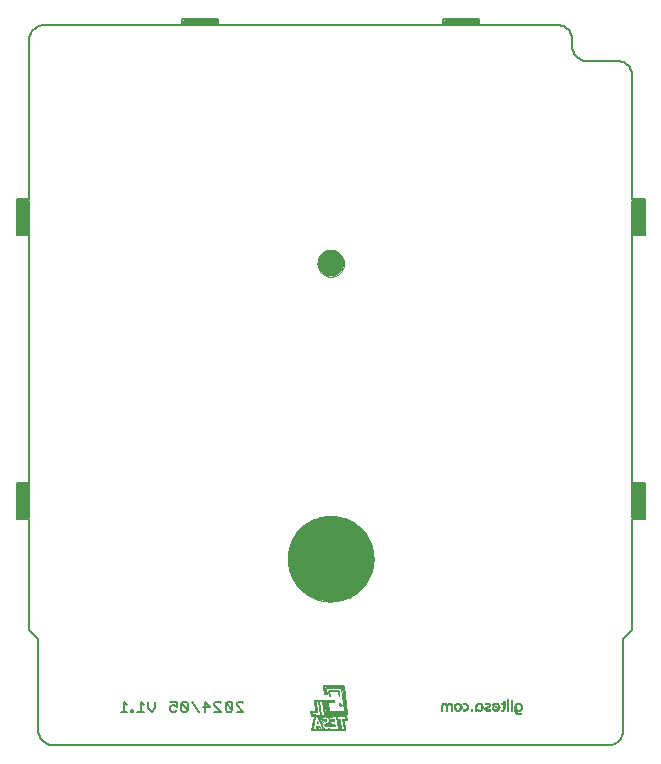
<source format=gbs>
G75*
G70*
%OFA0B0*%
%FSLAX24Y24*%
%IPPOS*%
%LPD*%
%AMOC8*
5,1,8,0,0,1.08239X$1,22.5*
%
%ADD10C,0.0050*%
%ADD11C,0.0060*%
%ADD12C,0.0000*%
%ADD13C,0.2854*%
%ADD14C,0.0886*%
%ADD15C,0.0010*%
%ADD16C,0.0040*%
%ADD17C,0.0020*%
%ADD18C,0.0030*%
D10*
X000875Y001427D02*
X000875Y004477D01*
X000575Y004777D01*
X000575Y008477D01*
X000150Y008477D01*
X000150Y009677D01*
X000575Y009677D01*
X000575Y017927D01*
X000150Y017927D01*
X000150Y019127D01*
X000575Y019127D01*
X000575Y024427D01*
X000577Y024471D01*
X000583Y024514D01*
X000592Y024556D01*
X000605Y024598D01*
X000622Y024638D01*
X000642Y024677D01*
X000665Y024714D01*
X000692Y024748D01*
X000721Y024781D01*
X000754Y024810D01*
X000788Y024837D01*
X000825Y024860D01*
X000864Y024880D01*
X000904Y024897D01*
X000946Y024910D01*
X000988Y024919D01*
X001031Y024925D01*
X001075Y024927D01*
X005675Y024927D01*
X005675Y025127D01*
X006875Y025127D01*
X006875Y024927D01*
X014375Y024927D01*
X014375Y025127D01*
X015575Y025127D01*
X015575Y024927D01*
X018175Y024927D01*
X018219Y024925D01*
X018262Y024919D01*
X018304Y024910D01*
X018346Y024897D01*
X018386Y024880D01*
X018425Y024860D01*
X018462Y024837D01*
X018496Y024810D01*
X018529Y024781D01*
X018558Y024748D01*
X018585Y024714D01*
X018608Y024677D01*
X018628Y024638D01*
X018645Y024598D01*
X018658Y024556D01*
X018667Y024514D01*
X018673Y024471D01*
X018675Y024427D01*
X018675Y024227D01*
X018677Y024183D01*
X018683Y024140D01*
X018692Y024098D01*
X018705Y024056D01*
X018722Y024016D01*
X018742Y023977D01*
X018765Y023940D01*
X018792Y023906D01*
X018821Y023873D01*
X018854Y023844D01*
X018888Y023817D01*
X018925Y023794D01*
X018964Y023774D01*
X019004Y023757D01*
X019046Y023744D01*
X019088Y023735D01*
X019131Y023729D01*
X019175Y023727D01*
X020175Y023727D01*
X020219Y023725D01*
X020262Y023719D01*
X020304Y023710D01*
X020346Y023697D01*
X020386Y023680D01*
X020425Y023660D01*
X020462Y023637D01*
X020496Y023610D01*
X020529Y023581D01*
X020558Y023548D01*
X020585Y023514D01*
X020608Y023477D01*
X020628Y023438D01*
X020645Y023398D01*
X020658Y023356D01*
X020667Y023314D01*
X020673Y023271D01*
X020675Y023227D01*
X020675Y019127D01*
X021100Y019127D01*
X021100Y017927D01*
X020675Y017927D01*
X020675Y009677D01*
X021100Y009677D01*
X021100Y008477D01*
X020675Y008477D01*
X020675Y004777D01*
X020375Y004477D01*
X020375Y001427D01*
X020373Y001383D01*
X020367Y001340D01*
X020358Y001298D01*
X020345Y001256D01*
X020328Y001216D01*
X020308Y001177D01*
X020285Y001140D01*
X020258Y001106D01*
X020229Y001073D01*
X020196Y001044D01*
X020162Y001017D01*
X020125Y000994D01*
X020086Y000974D01*
X020046Y000957D01*
X020004Y000944D01*
X019962Y000935D01*
X019919Y000929D01*
X019875Y000927D01*
X001375Y000927D01*
X001331Y000929D01*
X001288Y000935D01*
X001246Y000944D01*
X001204Y000957D01*
X001164Y000974D01*
X001125Y000994D01*
X001088Y001017D01*
X001054Y001044D01*
X001021Y001073D01*
X000992Y001106D01*
X000965Y001140D01*
X000942Y001177D01*
X000922Y001216D01*
X000905Y001256D01*
X000892Y001298D01*
X000883Y001340D01*
X000877Y001383D01*
X000875Y001427D01*
X000575Y008527D02*
X000175Y008527D01*
X000175Y009627D01*
X000575Y009627D01*
X000575Y008527D01*
X000575Y008562D02*
X000175Y008562D01*
X000175Y008611D02*
X000575Y008611D01*
X000575Y008659D02*
X000175Y008659D01*
X000175Y008708D02*
X000575Y008708D01*
X000575Y008756D02*
X000175Y008756D01*
X000175Y008805D02*
X000575Y008805D01*
X000575Y008853D02*
X000175Y008853D01*
X000175Y008902D02*
X000575Y008902D01*
X000575Y008950D02*
X000175Y008950D01*
X000175Y008999D02*
X000575Y008999D01*
X000575Y009047D02*
X000175Y009047D01*
X000175Y009096D02*
X000575Y009096D01*
X000575Y009144D02*
X000175Y009144D01*
X000175Y009193D02*
X000575Y009193D01*
X000575Y009241D02*
X000175Y009241D01*
X000175Y009290D02*
X000575Y009290D01*
X000575Y009338D02*
X000175Y009338D01*
X000175Y009387D02*
X000575Y009387D01*
X000575Y009435D02*
X000175Y009435D01*
X000175Y009484D02*
X000575Y009484D01*
X000575Y009532D02*
X000175Y009532D01*
X000175Y009581D02*
X000575Y009581D01*
X000575Y017977D02*
X000175Y017977D01*
X000175Y019077D01*
X000575Y019077D01*
X000575Y017977D01*
X000575Y018020D02*
X000175Y018020D01*
X000175Y018068D02*
X000575Y018068D01*
X000575Y018117D02*
X000175Y018117D01*
X000175Y018165D02*
X000575Y018165D01*
X000575Y018214D02*
X000175Y018214D01*
X000175Y018262D02*
X000575Y018262D01*
X000575Y018311D02*
X000175Y018311D01*
X000175Y018359D02*
X000575Y018359D01*
X000575Y018408D02*
X000175Y018408D01*
X000175Y018456D02*
X000575Y018456D01*
X000575Y018505D02*
X000175Y018505D01*
X000175Y018553D02*
X000575Y018553D01*
X000575Y018602D02*
X000175Y018602D01*
X000175Y018650D02*
X000575Y018650D01*
X000575Y018699D02*
X000175Y018699D01*
X000175Y018747D02*
X000575Y018747D01*
X000575Y018796D02*
X000175Y018796D01*
X000175Y018844D02*
X000575Y018844D01*
X000575Y018893D02*
X000175Y018893D01*
X000175Y018941D02*
X000575Y018941D01*
X000575Y018990D02*
X000175Y018990D01*
X000175Y019038D02*
X000575Y019038D01*
X005725Y024927D02*
X006825Y024927D01*
X006825Y025077D01*
X005725Y025077D01*
X005725Y024927D01*
X005725Y024955D02*
X006825Y024955D01*
X006825Y025004D02*
X005725Y025004D01*
X005725Y025052D02*
X006825Y025052D01*
X014425Y025052D02*
X015525Y025052D01*
X015525Y025077D02*
X015525Y024927D01*
X014425Y024927D01*
X014425Y025077D01*
X015525Y025077D01*
X015525Y025004D02*
X014425Y025004D01*
X014425Y024955D02*
X015525Y024955D01*
X020675Y019077D02*
X020675Y017977D01*
X021075Y017977D01*
X021075Y019077D01*
X020675Y019077D01*
X020675Y019038D02*
X021075Y019038D01*
X021075Y018990D02*
X020675Y018990D01*
X020675Y018941D02*
X021075Y018941D01*
X021075Y018893D02*
X020675Y018893D01*
X020675Y018844D02*
X021075Y018844D01*
X021075Y018796D02*
X020675Y018796D01*
X020675Y018747D02*
X021075Y018747D01*
X021075Y018699D02*
X020675Y018699D01*
X020675Y018650D02*
X021075Y018650D01*
X021075Y018602D02*
X020675Y018602D01*
X020675Y018553D02*
X021075Y018553D01*
X021075Y018505D02*
X020675Y018505D01*
X020675Y018456D02*
X021075Y018456D01*
X021075Y018408D02*
X020675Y018408D01*
X020675Y018359D02*
X021075Y018359D01*
X021075Y018311D02*
X020675Y018311D01*
X020675Y018262D02*
X021075Y018262D01*
X021075Y018214D02*
X020675Y018214D01*
X020675Y018165D02*
X021075Y018165D01*
X021075Y018117D02*
X020675Y018117D01*
X020675Y018068D02*
X021075Y018068D01*
X021075Y018020D02*
X020675Y018020D01*
X020675Y009627D02*
X020675Y008527D01*
X021075Y008527D01*
X021075Y009627D01*
X020675Y009627D01*
X020675Y009581D02*
X021075Y009581D01*
X021075Y009532D02*
X020675Y009532D01*
X020675Y009484D02*
X021075Y009484D01*
X021075Y009435D02*
X020675Y009435D01*
X020675Y009387D02*
X021075Y009387D01*
X021075Y009338D02*
X020675Y009338D01*
X020675Y009290D02*
X021075Y009290D01*
X021075Y009241D02*
X020675Y009241D01*
X020675Y009193D02*
X021075Y009193D01*
X021075Y009144D02*
X020675Y009144D01*
X020675Y009096D02*
X021075Y009096D01*
X021075Y009047D02*
X020675Y009047D01*
X020675Y008999D02*
X021075Y008999D01*
X021075Y008950D02*
X020675Y008950D01*
X020675Y008902D02*
X021075Y008902D01*
X021075Y008853D02*
X020675Y008853D01*
X020675Y008805D02*
X021075Y008805D01*
X021075Y008756D02*
X020675Y008756D01*
X020675Y008708D02*
X021075Y008708D01*
X021075Y008659D02*
X020675Y008659D01*
X020675Y008611D02*
X021075Y008611D01*
X021075Y008562D02*
X020675Y008562D01*
X015772Y002166D02*
X015772Y002146D01*
X014959Y002171D02*
X014939Y002134D01*
X014917Y002106D01*
X014884Y002091D01*
X014849Y002084D02*
X014784Y002111D01*
X014752Y002174D01*
X014757Y002246D01*
X014799Y002296D01*
X014822Y002311D01*
X014884Y002311D01*
X014937Y002276D01*
X014959Y002231D01*
X014959Y002171D01*
X016832Y001986D02*
X016862Y001966D01*
D11*
X007713Y002032D02*
X007486Y002259D01*
X007486Y002316D01*
X007543Y002373D01*
X007656Y002373D01*
X007713Y002316D01*
X007344Y002316D02*
X007344Y002089D01*
X007118Y002316D01*
X007118Y002089D01*
X007174Y002032D01*
X007288Y002032D01*
X007344Y002089D01*
X007486Y002032D02*
X007713Y002032D01*
X007344Y002316D02*
X007288Y002373D01*
X007174Y002373D01*
X007118Y002316D01*
X006976Y002316D02*
X006919Y002373D01*
X006806Y002373D01*
X006749Y002316D01*
X006749Y002259D01*
X006976Y002032D01*
X006749Y002032D01*
X006608Y002203D02*
X006381Y002203D01*
X006438Y002373D02*
X006438Y002032D01*
X006240Y002032D02*
X006013Y002373D01*
X005871Y002316D02*
X005871Y002089D01*
X005644Y002316D01*
X005644Y002089D01*
X005701Y002032D01*
X005815Y002032D01*
X005871Y002089D01*
X005871Y002316D02*
X005815Y002373D01*
X005701Y002373D01*
X005644Y002316D01*
X005503Y002373D02*
X005503Y002203D01*
X005389Y002259D01*
X005333Y002259D01*
X005276Y002203D01*
X005276Y002089D01*
X005333Y002032D01*
X005446Y002032D01*
X005503Y002089D01*
X005503Y002373D02*
X005276Y002373D01*
X004766Y002373D02*
X004766Y002146D01*
X004653Y002032D01*
X004539Y002146D01*
X004539Y002373D01*
X004398Y002259D02*
X004285Y002373D01*
X004285Y002032D01*
X004398Y002032D02*
X004171Y002032D01*
X004030Y002032D02*
X003973Y002032D01*
X003973Y002089D01*
X004030Y002089D01*
X004030Y002032D01*
X003846Y002032D02*
X003619Y002032D01*
X003732Y002032D02*
X003732Y002373D01*
X003846Y002259D01*
X006438Y002373D02*
X006608Y002203D01*
D12*
X009198Y007138D02*
X009200Y007213D01*
X009206Y007288D01*
X009216Y007363D01*
X009230Y007437D01*
X009247Y007510D01*
X009269Y007583D01*
X009294Y007653D01*
X009323Y007723D01*
X009356Y007791D01*
X009392Y007857D01*
X009432Y007921D01*
X009475Y007983D01*
X009521Y008042D01*
X009570Y008099D01*
X009623Y008154D01*
X009678Y008205D01*
X009735Y008254D01*
X009795Y008299D01*
X009858Y008341D01*
X009922Y008380D01*
X009989Y008415D01*
X010057Y008447D01*
X010127Y008475D01*
X010198Y008500D01*
X010271Y008520D01*
X010344Y008537D01*
X010419Y008550D01*
X010493Y008559D01*
X010569Y008564D01*
X010644Y008565D01*
X010719Y008562D01*
X010794Y008555D01*
X010869Y008544D01*
X010943Y008529D01*
X011016Y008511D01*
X011087Y008488D01*
X011158Y008462D01*
X011227Y008432D01*
X011295Y008398D01*
X011360Y008361D01*
X011424Y008321D01*
X011485Y008277D01*
X011544Y008230D01*
X011600Y008180D01*
X011654Y008127D01*
X011705Y008071D01*
X011752Y008013D01*
X011797Y007952D01*
X011838Y007889D01*
X011876Y007824D01*
X011911Y007757D01*
X011942Y007688D01*
X011969Y007618D01*
X011992Y007547D01*
X012012Y007474D01*
X012028Y007400D01*
X012040Y007326D01*
X012048Y007251D01*
X012052Y007176D01*
X012052Y007100D01*
X012048Y007025D01*
X012040Y006950D01*
X012028Y006876D01*
X012012Y006802D01*
X011992Y006729D01*
X011969Y006658D01*
X011942Y006588D01*
X011911Y006519D01*
X011876Y006452D01*
X011838Y006387D01*
X011797Y006324D01*
X011752Y006263D01*
X011705Y006205D01*
X011654Y006149D01*
X011600Y006096D01*
X011544Y006046D01*
X011485Y005999D01*
X011424Y005955D01*
X011360Y005915D01*
X011295Y005878D01*
X011227Y005844D01*
X011158Y005814D01*
X011087Y005788D01*
X011016Y005765D01*
X010943Y005747D01*
X010869Y005732D01*
X010794Y005721D01*
X010719Y005714D01*
X010644Y005711D01*
X010569Y005712D01*
X010493Y005717D01*
X010419Y005726D01*
X010344Y005739D01*
X010271Y005756D01*
X010198Y005776D01*
X010127Y005801D01*
X010057Y005829D01*
X009989Y005861D01*
X009922Y005896D01*
X009858Y005935D01*
X009795Y005977D01*
X009735Y006022D01*
X009678Y006071D01*
X009623Y006122D01*
X009570Y006177D01*
X009521Y006234D01*
X009475Y006293D01*
X009432Y006355D01*
X009392Y006419D01*
X009356Y006485D01*
X009323Y006553D01*
X009294Y006623D01*
X009269Y006693D01*
X009247Y006766D01*
X009230Y006839D01*
X009216Y006913D01*
X009206Y006988D01*
X009200Y007063D01*
X009198Y007138D01*
X010182Y016979D02*
X010184Y017020D01*
X010190Y017062D01*
X010199Y017102D01*
X010213Y017141D01*
X010230Y017179D01*
X010250Y017215D01*
X010274Y017249D01*
X010301Y017281D01*
X010331Y017310D01*
X010363Y017336D01*
X010398Y017359D01*
X010434Y017379D01*
X010472Y017395D01*
X010512Y017407D01*
X010553Y017416D01*
X010594Y017421D01*
X010635Y017422D01*
X010677Y017419D01*
X010718Y017412D01*
X010758Y017402D01*
X010797Y017387D01*
X010834Y017369D01*
X010870Y017348D01*
X010904Y017323D01*
X010935Y017296D01*
X010963Y017266D01*
X010988Y017233D01*
X011010Y017197D01*
X011029Y017160D01*
X011044Y017122D01*
X011056Y017082D01*
X011064Y017041D01*
X011068Y017000D01*
X011068Y016958D01*
X011064Y016917D01*
X011056Y016876D01*
X011044Y016836D01*
X011029Y016798D01*
X011010Y016761D01*
X010988Y016725D01*
X010963Y016692D01*
X010935Y016662D01*
X010904Y016635D01*
X010870Y016610D01*
X010834Y016589D01*
X010797Y016571D01*
X010758Y016556D01*
X010718Y016546D01*
X010677Y016539D01*
X010635Y016536D01*
X010594Y016537D01*
X010553Y016542D01*
X010512Y016551D01*
X010472Y016563D01*
X010434Y016579D01*
X010398Y016599D01*
X010363Y016622D01*
X010331Y016648D01*
X010301Y016677D01*
X010274Y016709D01*
X010250Y016743D01*
X010230Y016779D01*
X010213Y016817D01*
X010199Y016856D01*
X010190Y016896D01*
X010184Y016938D01*
X010182Y016979D01*
D13*
X010625Y007138D03*
D14*
X010625Y016979D03*
D15*
X010393Y002931D02*
X010381Y002923D01*
X010371Y002911D01*
X010360Y002894D01*
X010354Y002881D01*
X010354Y002868D01*
X010388Y002616D01*
X010491Y002615D01*
X010489Y002616D02*
X010470Y002777D01*
X010467Y002794D01*
X010466Y002805D01*
X010470Y002816D01*
X010479Y002827D01*
X010485Y002834D01*
X010496Y002839D01*
X010491Y002839D02*
X010917Y002840D01*
X010926Y002837D01*
X010936Y002834D01*
X010950Y002825D01*
X010964Y002806D01*
X011058Y002120D01*
X011057Y002091D01*
X011047Y002078D01*
X011035Y002065D01*
X010719Y002056D01*
X010608Y002057D01*
X010598Y002061D01*
X010584Y002070D01*
X010569Y002084D01*
X010557Y002104D01*
X010524Y002364D01*
X010738Y002364D01*
X010726Y002428D01*
X010414Y002429D01*
X010472Y002014D01*
X010481Y001993D01*
X010494Y001979D01*
X010516Y001966D01*
X011135Y001967D01*
X011133Y001967D01*
X011135Y001967D02*
X011143Y001968D01*
X011153Y001976D01*
X011161Y001984D01*
X011171Y002002D01*
X011050Y002882D01*
X011049Y002891D01*
X011046Y002897D01*
X011040Y002907D01*
X011031Y002915D01*
X011024Y002924D01*
X011012Y002932D01*
X010393Y002931D01*
X010560Y002742D02*
X010552Y002734D01*
X010548Y002726D01*
X010548Y002714D01*
X010565Y002568D01*
X010574Y002567D01*
X010586Y002568D01*
X010592Y002570D01*
X010590Y002576D01*
X010591Y002570D02*
X010575Y002709D01*
X010577Y002719D01*
X010585Y002724D01*
X010592Y002726D01*
X010865Y002727D01*
X010870Y002722D01*
X010875Y002706D01*
X010878Y002683D01*
X010882Y002652D01*
X010888Y002612D01*
X010892Y002570D01*
X010896Y002568D01*
X010902Y002569D01*
X010915Y002568D01*
X010909Y002574D01*
X010898Y002576D01*
X010876Y002726D01*
X010870Y002732D01*
X010857Y002733D01*
X010838Y002733D01*
X010803Y002734D01*
X010648Y002734D01*
X010605Y002734D01*
X010575Y002732D01*
X010580Y002727D01*
X010575Y002723D01*
X010570Y002716D01*
X010568Y002704D01*
X010584Y002571D01*
X010574Y002573D01*
X010568Y002577D01*
X010554Y002714D01*
X010556Y002724D01*
X010561Y002734D01*
X010575Y002737D01*
X010605Y002739D01*
X010683Y002740D01*
X010758Y002739D01*
X010807Y002738D01*
X010849Y002738D01*
X010877Y002737D01*
X010889Y002732D01*
X010907Y002580D01*
X010882Y002730D01*
X010892Y002736D02*
X010887Y002743D01*
X010881Y002745D01*
X010866Y002746D01*
X010568Y002746D01*
X010560Y002742D01*
X010565Y002729D02*
X010571Y002731D01*
X010568Y002726D01*
X010565Y002729D02*
X010563Y002716D01*
X010561Y002699D01*
X010576Y002573D01*
X010369Y002429D02*
X010436Y001974D01*
X010454Y001948D01*
X010484Y001926D01*
X010488Y001925D01*
X011142Y001926D01*
X011158Y001759D01*
X011075Y001759D01*
X011114Y001432D01*
X011115Y001432D02*
X009978Y001433D01*
X010054Y001891D01*
X010052Y001898D01*
X009969Y001898D01*
X009944Y002075D01*
X010097Y002075D01*
X010053Y002429D01*
X010369Y002429D01*
X010330Y002393D02*
X010391Y001945D01*
X010301Y001945D01*
X010235Y002392D01*
X010326Y002392D01*
X010202Y002391D02*
X010267Y001944D01*
X010005Y001946D01*
X009997Y002029D01*
X010164Y002028D01*
X010117Y002393D01*
X010202Y002391D01*
X010181Y001879D02*
X010110Y001880D01*
X010107Y001875D01*
X010042Y001510D01*
X010043Y001472D01*
X010044Y001469D01*
X010126Y001470D01*
X010135Y001572D01*
X010231Y001572D01*
X010260Y001502D01*
X010270Y001482D01*
X010274Y001474D01*
X010282Y001469D01*
X010356Y001470D01*
X010359Y001470D02*
X010339Y001530D01*
X010181Y001879D01*
X010166Y001724D02*
X010153Y001655D01*
X010193Y001654D01*
X010168Y001703D01*
X010160Y001661D01*
X010182Y001663D01*
X010170Y001684D01*
X010167Y001668D01*
X010170Y001669D01*
X010175Y001670D01*
X010194Y001655D02*
X010166Y001724D01*
X010339Y001647D02*
X010349Y001668D01*
X010363Y001689D01*
X010381Y001709D01*
X010402Y001720D01*
X010425Y001724D01*
X010454Y001733D01*
X010470Y001748D01*
X010472Y001758D01*
X010472Y001778D01*
X010457Y001790D01*
X010446Y001801D01*
X010439Y001805D01*
X010422Y001804D01*
X010411Y001798D01*
X010406Y001794D01*
X010382Y001795D01*
X010356Y001797D01*
X010348Y001799D01*
X010343Y001806D01*
X010340Y001815D01*
X010341Y001860D01*
X010340Y001859D02*
X010346Y001868D01*
X010355Y001872D01*
X010372Y001877D01*
X010391Y001878D01*
X010429Y001880D01*
X010453Y001879D01*
X010472Y001876D01*
X010488Y001870D01*
X010503Y001861D01*
X010523Y001840D01*
X010540Y001822D01*
X010550Y001802D01*
X010556Y001784D01*
X010555Y001784D02*
X010556Y001724D01*
X010544Y001706D01*
X010521Y001681D01*
X010492Y001660D01*
X010465Y001649D01*
X010440Y001638D01*
X010429Y001627D01*
X010416Y001615D01*
X010414Y001602D01*
X010415Y001583D01*
X010421Y001573D01*
X010432Y001563D01*
X010446Y001553D01*
X010460Y001553D01*
X010519Y001553D01*
X010530Y001561D01*
X010546Y001568D01*
X010564Y001570D01*
X010584Y001566D01*
X010591Y001556D01*
X010591Y001554D01*
X010760Y001553D01*
X010747Y001636D01*
X010625Y001637D01*
X010621Y001640D01*
X010609Y001722D01*
X010732Y001722D01*
X010722Y001804D01*
X010587Y001804D01*
X010578Y001811D01*
X010575Y001821D01*
X010574Y001829D01*
X010574Y001877D01*
X010575Y001877D01*
X010576Y001878D01*
X010795Y001880D01*
X010853Y001469D01*
X010848Y001469D02*
X010588Y001469D01*
X010583Y001476D01*
X010577Y001485D01*
X010568Y001487D01*
X010560Y001484D01*
X010548Y001480D01*
X010533Y001476D01*
X010523Y001469D01*
X010438Y001470D01*
X010424Y001478D01*
X010407Y001487D01*
X010392Y001497D01*
X010371Y001511D01*
X010359Y001527D01*
X010350Y001542D01*
X010341Y001552D01*
X010333Y001579D01*
X010331Y001603D01*
X010332Y001624D01*
X010339Y001647D01*
X010836Y001807D02*
X010824Y001879D01*
X011093Y001880D01*
X011107Y001806D01*
X011100Y001804D01*
X011012Y001804D01*
X011059Y001468D01*
X011054Y001468D02*
X010977Y001469D01*
X010926Y001805D01*
X010841Y001805D01*
X010839Y001806D01*
X010836Y001807D01*
X010919Y002214D02*
X010909Y002336D01*
X010946Y002336D01*
X010947Y002335D02*
X010959Y002215D01*
X010919Y002214D01*
X010925Y002222D02*
X010949Y002221D01*
X010953Y002225D01*
X010951Y002240D01*
X010941Y002239D01*
X010931Y002239D01*
X010929Y002229D01*
X010940Y002227D01*
X010947Y002229D01*
X010938Y002233D01*
X010931Y002232D01*
X010950Y002245D01*
X010951Y002251D02*
X010930Y002244D01*
X010923Y002246D01*
X010925Y002222D01*
X010889Y002253D02*
X010989Y002253D01*
X010980Y002300D01*
X010981Y002299D02*
X010987Y002255D01*
X010980Y002259D02*
X010977Y002284D01*
X010900Y002285D01*
X010900Y002266D01*
X010971Y002267D01*
X010971Y002276D01*
X010903Y002275D01*
X010894Y002260D02*
X010980Y002259D01*
X010979Y002290D02*
X010892Y002291D01*
X010894Y002260D01*
X010889Y002253D02*
X010885Y002300D01*
X010976Y002300D01*
X010944Y002306D02*
X010942Y002318D01*
X010930Y002320D01*
X010919Y002318D01*
X010922Y002312D01*
X010936Y002312D01*
X010944Y002306D02*
X010916Y002306D01*
X010915Y002325D01*
X010918Y002327D01*
X010942Y002327D01*
X010916Y002568D02*
X010898Y002720D01*
X010892Y002736D01*
D16*
X010980Y002810D02*
X011081Y002083D01*
X011060Y002060D01*
X011040Y002047D01*
X010622Y002035D01*
X010578Y002044D01*
X010560Y002067D01*
X010542Y002088D01*
X010502Y002371D01*
X010517Y002385D01*
X010555Y002385D01*
X010718Y002383D01*
X010712Y002410D01*
X010455Y002409D01*
X010498Y002397D01*
X010471Y002385D01*
X010472Y002357D01*
X010507Y002085D01*
X010587Y002018D01*
X010505Y002060D01*
X010520Y002012D01*
X010551Y002009D01*
X011119Y002014D01*
X011055Y002022D01*
X011108Y002039D01*
X011088Y002047D01*
X011120Y002061D01*
X011110Y002079D01*
X010994Y002875D01*
X010975Y002864D01*
X010975Y002878D01*
X010956Y002877D01*
X010454Y002880D01*
X010415Y002882D01*
X010403Y002868D01*
X010403Y002839D01*
X010448Y002856D01*
X010410Y002834D01*
X010421Y002820D01*
X010408Y002811D01*
X010434Y002659D01*
X010403Y002633D02*
X010470Y002635D01*
X010445Y002797D01*
X010455Y002832D01*
X010472Y002848D01*
X010488Y002855D01*
X010928Y002861D01*
X010959Y002841D01*
X010976Y002825D01*
X010980Y002810D01*
X011027Y002891D02*
X011009Y002912D01*
X010918Y002911D01*
X010402Y002913D01*
X010377Y002881D01*
X010374Y002866D01*
X010403Y002633D01*
X010434Y002411D02*
X010486Y002050D01*
X010493Y002009D01*
X010513Y001988D01*
X010529Y001983D01*
X011116Y001983D01*
X011132Y001985D01*
X011149Y002001D01*
X011148Y002013D01*
X011027Y002891D01*
X010453Y002396D02*
X010434Y002411D01*
X010354Y002410D02*
X010420Y001941D01*
X010410Y001943D01*
X010347Y002398D01*
X010354Y002410D02*
X010090Y002410D01*
X010095Y002407D02*
X010074Y002412D01*
X010118Y002078D01*
X010139Y002085D02*
X010095Y002407D01*
X010219Y002404D02*
X010227Y002335D01*
X010289Y001918D01*
X010334Y001926D02*
X009995Y001925D01*
X009985Y001956D01*
X009976Y002019D01*
X009966Y002057D01*
X010140Y002057D01*
X010144Y002046D01*
X009984Y002049D01*
X009979Y001978D02*
X009983Y001919D01*
X010050Y001917D01*
X010111Y001901D01*
X010339Y001888D01*
X010321Y001868D01*
X010319Y001788D01*
X010345Y001780D01*
X010391Y001773D01*
X010418Y001777D01*
X010432Y001781D01*
X010453Y001764D01*
X010439Y001749D01*
X010400Y001740D01*
X010355Y001711D01*
X010332Y001672D01*
X010315Y001628D01*
X010205Y001870D01*
X010288Y001862D01*
X010243Y001847D01*
X010315Y001694D01*
X010371Y001750D01*
X010320Y001768D01*
X010326Y001734D01*
X010294Y001840D01*
X010277Y001837D01*
X010291Y001805D01*
X010361Y001893D02*
X010364Y001923D01*
X010479Y001905D01*
X010618Y001906D01*
X010600Y001897D02*
X010669Y001899D01*
X010809Y001897D01*
X010806Y001901D02*
X010822Y001800D01*
X010829Y001788D02*
X010873Y001469D01*
X010919Y001474D01*
X010884Y001754D01*
X010863Y001762D01*
X010890Y001491D01*
X010955Y001471D02*
X010911Y001785D01*
X010829Y001788D01*
X010820Y001899D02*
X010806Y001901D01*
X010820Y001899D02*
X011090Y001898D01*
X011114Y001888D01*
X011125Y001797D01*
X011115Y001789D01*
X011066Y001785D01*
X011070Y001778D01*
X011142Y001777D01*
X011125Y001907D01*
X010640Y001905D01*
X010600Y001897D02*
X010557Y001897D01*
X010472Y001895D01*
X010410Y001899D01*
X010361Y001893D01*
X010334Y001926D02*
X010397Y001930D01*
X010430Y001951D02*
X010443Y001939D01*
X010459Y001921D01*
X010474Y001909D01*
X010220Y001550D02*
X010154Y001553D01*
X010148Y001473D01*
X010213Y001476D01*
X010203Y001519D01*
X010182Y001518D01*
X010179Y001494D01*
X010220Y001550D02*
X010254Y001467D01*
X010258Y001455D01*
X010123Y001451D02*
X009997Y001449D01*
X010080Y001924D01*
X010098Y001928D01*
X010014Y001478D01*
X010023Y001469D01*
X010025Y001492D01*
X010123Y001451D02*
X010558Y001452D01*
X010542Y001459D01*
X010551Y001459D01*
X010567Y001464D01*
X010579Y001452D01*
X010599Y001452D01*
X011060Y001451D01*
X011050Y001452D02*
X011093Y001448D01*
X011051Y001783D01*
X011034Y001788D01*
X011080Y001467D01*
X010959Y001454D02*
X010955Y001471D01*
X010144Y002058D02*
X010139Y002085D01*
X014322Y002094D02*
X014324Y002249D01*
X014352Y002294D01*
X014402Y002309D01*
X014439Y002306D01*
X014472Y002279D01*
X014487Y002274D02*
X014482Y002086D01*
X014642Y002094D02*
X014644Y002244D01*
X014609Y002299D01*
X014572Y002314D01*
X014519Y002299D01*
X014487Y002274D01*
D17*
X014504Y002254D02*
X014517Y002271D01*
X014529Y002281D01*
X014549Y002291D01*
X014579Y002291D01*
X014597Y002284D01*
X014607Y002274D01*
X014614Y002261D01*
X014622Y002246D01*
X014622Y002071D01*
X014664Y002071D01*
X014664Y002244D01*
X014654Y002279D01*
X014639Y002304D01*
X014617Y002321D01*
X014584Y002334D01*
X014544Y002334D01*
X014524Y002326D01*
X014499Y002311D01*
X014489Y002301D01*
X014479Y002301D01*
X014467Y002309D01*
X014452Y002321D01*
X014434Y002331D01*
X014422Y002334D01*
X014387Y002334D01*
X014369Y002329D01*
X014349Y002319D01*
X014332Y002304D01*
X014319Y002289D01*
X014309Y002266D01*
X014304Y002251D01*
X014302Y002229D01*
X014302Y002074D01*
X014347Y002074D01*
X014347Y002246D01*
X014354Y002264D01*
X014364Y002279D01*
X014379Y002284D01*
X014389Y002289D01*
X014429Y002289D01*
X014447Y002274D01*
X014457Y002259D01*
X014459Y002254D01*
X014459Y002074D01*
X014504Y002074D01*
X014504Y002254D01*
X014729Y002229D02*
X014737Y002256D01*
X014747Y002276D01*
X014784Y002314D01*
X014812Y002329D01*
X014839Y002334D01*
X014882Y002334D01*
X014909Y002324D01*
X014937Y002306D01*
X014959Y002284D01*
X014974Y002261D01*
X014984Y002224D01*
X014984Y002176D01*
X014979Y002159D01*
X014972Y002139D01*
X014962Y002121D01*
X014944Y002104D01*
X014924Y002086D01*
X014904Y002076D01*
X014879Y002069D01*
X014869Y002069D01*
X014867Y002069D02*
X014834Y002069D01*
X014812Y002074D01*
X014787Y002084D01*
X014764Y002104D01*
X014747Y002129D01*
X014734Y002146D01*
X014729Y002171D01*
X014729Y002229D01*
X014777Y002226D02*
X014784Y002246D01*
X014797Y002266D01*
X014812Y002281D01*
X014827Y002289D01*
X014834Y002291D01*
X014874Y002291D01*
X014892Y002286D01*
X014912Y002274D01*
X014922Y002261D01*
X014934Y002241D01*
X014939Y002226D01*
X014939Y002176D01*
X014929Y002154D01*
X014917Y002134D01*
X014899Y002119D01*
X014882Y002109D01*
X014842Y002109D01*
X014849Y002106D02*
X014829Y002111D01*
X014809Y002121D01*
X014797Y002134D01*
X014784Y002151D01*
X014779Y002164D01*
X014777Y002174D01*
X014777Y002226D01*
X015037Y002286D02*
X015037Y002329D01*
X015087Y002329D01*
X015109Y002326D01*
X015132Y002319D01*
X015157Y002304D01*
X015174Y002286D01*
X015187Y002271D01*
X015197Y002251D01*
X015204Y002231D01*
X015209Y002214D01*
X015209Y002184D01*
X015204Y002159D01*
X015192Y002134D01*
X015179Y002119D01*
X015164Y002104D01*
X015144Y002089D01*
X015127Y002081D01*
X015107Y002076D01*
X015079Y002071D01*
X015037Y002071D01*
X015037Y002114D01*
X015087Y002114D01*
X015104Y002119D01*
X015127Y002129D01*
X015144Y002146D01*
X015157Y002164D01*
X015162Y002176D01*
X015164Y002181D01*
X015164Y002221D01*
X015154Y002236D01*
X015142Y002259D01*
X015119Y002274D01*
X015104Y002281D01*
X015079Y002286D01*
X015037Y002286D01*
X015052Y002301D02*
X015107Y002299D01*
X015152Y002266D01*
X015177Y002231D01*
X015174Y002166D01*
X015144Y002124D01*
X015107Y002104D01*
X015052Y002099D01*
X015047Y002084D02*
X015114Y002089D01*
X015164Y002121D01*
X015192Y002169D01*
X015192Y002236D01*
X015154Y002286D01*
X015107Y002314D01*
X015052Y002316D01*
X015052Y002301D01*
X015082Y002071D02*
X015079Y002071D01*
X015287Y002086D02*
X015287Y002104D01*
X015292Y002114D01*
X015304Y002126D01*
X015327Y002126D01*
X015337Y002119D01*
X015344Y002109D01*
X015344Y002089D01*
X015342Y002081D01*
X015332Y002071D01*
X015322Y002069D01*
X015304Y002086D01*
X015302Y002104D01*
X015314Y002114D01*
X015327Y002104D01*
X015324Y002089D01*
X015317Y002096D01*
X015317Y002069D02*
X015307Y002069D01*
X015299Y002071D01*
X015289Y002079D01*
X015287Y002086D01*
X015432Y002074D02*
X015432Y002214D01*
X015437Y002239D01*
X015444Y002259D01*
X015459Y002286D01*
X015479Y002306D01*
X015509Y002324D01*
X015529Y002331D01*
X015544Y002334D01*
X015584Y002334D01*
X015609Y002326D01*
X015632Y002316D01*
X015654Y002296D01*
X015672Y002274D01*
X015682Y002251D01*
X015689Y002226D01*
X015689Y002176D01*
X015677Y002139D01*
X015657Y002109D01*
X015639Y002091D01*
X015617Y002081D01*
X015587Y002069D01*
X015544Y002069D01*
X015497Y002084D01*
X015492Y002086D01*
X015484Y002086D01*
X015474Y002074D01*
X015467Y002074D01*
X015462Y002074D02*
X015432Y002074D01*
X015444Y002081D02*
X015449Y002219D01*
X015472Y002279D01*
X015502Y002301D01*
X015547Y002316D01*
X015592Y002316D01*
X015632Y002299D01*
X015667Y002251D01*
X015674Y002219D01*
X015672Y002166D01*
X015632Y002104D01*
X015584Y002081D01*
X015542Y002086D01*
X015499Y002104D01*
X015479Y002096D01*
X015464Y002086D01*
X015464Y002096D01*
X015494Y002114D01*
X015459Y002104D01*
X015469Y002126D01*
X015459Y002126D01*
X015467Y002226D01*
X015494Y002284D01*
X015552Y002304D01*
X015609Y002296D01*
X015649Y002259D01*
X015659Y002184D01*
X015644Y002141D01*
X015614Y002106D01*
X015542Y002091D01*
X015537Y002106D02*
X015517Y002114D01*
X015499Y002126D01*
X015497Y002129D01*
X015489Y002121D01*
X015482Y002126D02*
X015479Y002129D01*
X015477Y002134D01*
X015479Y002229D01*
X015484Y002241D01*
X015494Y002261D01*
X015512Y002279D01*
X015532Y002289D01*
X015539Y002291D01*
X015582Y002291D01*
X015604Y002284D01*
X015622Y002271D01*
X015634Y002254D01*
X015644Y002236D01*
X015644Y002166D01*
X015634Y002151D01*
X015617Y002126D01*
X015597Y002111D01*
X015579Y002106D01*
X015537Y002106D01*
X015747Y002116D02*
X015747Y002159D01*
X015754Y002179D01*
X015772Y002194D01*
X015879Y002241D01*
X015889Y002251D01*
X015892Y002256D01*
X015892Y002274D01*
X015887Y002284D01*
X015884Y002286D01*
X015877Y002289D01*
X015759Y002289D01*
X015759Y002329D01*
X015872Y002329D01*
X015894Y002324D01*
X015909Y002316D01*
X015924Y002301D01*
X015934Y002286D01*
X015937Y002269D01*
X015937Y002254D01*
X015929Y002236D01*
X015917Y002219D01*
X015879Y002194D01*
X015802Y002161D01*
X015792Y002149D01*
X015787Y002136D01*
X015797Y002124D01*
X015809Y002114D01*
X015937Y002114D01*
X015937Y002074D01*
X015822Y002074D01*
X015782Y002081D01*
X015762Y002094D01*
X015747Y002116D01*
X015762Y002119D02*
X015769Y002169D01*
X015792Y002191D01*
X015897Y002236D01*
X015909Y002256D01*
X015899Y002286D01*
X015884Y002301D01*
X015774Y002304D01*
X015772Y002314D01*
X015884Y002311D01*
X015914Y002296D01*
X015919Y002249D01*
X015894Y002219D01*
X015789Y002171D01*
X015779Y002141D01*
X015774Y002121D01*
X015799Y002104D01*
X015809Y002099D02*
X015924Y002099D01*
X015929Y002096D01*
X015902Y002094D01*
X015927Y002086D02*
X015799Y002089D01*
X015809Y002099D01*
X015792Y002089D02*
X015762Y002119D01*
X015934Y002076D02*
X015937Y002074D01*
X016014Y002119D02*
X016032Y002099D01*
X016049Y002086D01*
X016069Y002076D01*
X016092Y002069D01*
X016142Y002069D01*
X016162Y002074D01*
X016187Y002084D01*
X016207Y002099D01*
X016224Y002119D01*
X016242Y002149D01*
X016249Y002174D01*
X016252Y002199D01*
X016247Y002229D01*
X016239Y002256D01*
X016214Y002294D01*
X016189Y002314D01*
X016162Y002329D01*
X016144Y002334D01*
X016097Y002334D01*
X016069Y002326D01*
X016047Y002314D01*
X016029Y002299D01*
X016012Y002279D01*
X015997Y002256D01*
X016152Y002168D01*
X016172Y002198D01*
X016069Y002259D01*
X016072Y002271D01*
X016079Y002284D01*
X016092Y002291D01*
X016144Y002291D01*
X016167Y002279D01*
X016187Y002259D01*
X016194Y002246D01*
X016202Y002236D01*
X016204Y002206D01*
X016204Y002184D01*
X016194Y002159D01*
X016182Y002134D01*
X016162Y002121D01*
X016147Y002114D01*
X016139Y002109D01*
X016099Y002109D01*
X016084Y002116D01*
X016067Y002129D01*
X016052Y002144D01*
X016042Y002161D01*
X016034Y002191D01*
X015989Y002184D01*
X015999Y002151D01*
X016014Y002119D01*
X016032Y002119D02*
X016007Y002176D01*
X016024Y002174D02*
X016039Y002131D01*
X016087Y002101D01*
X016102Y002094D01*
X016144Y002094D01*
X016192Y002119D01*
X016219Y002181D01*
X016214Y002241D01*
X016194Y002276D01*
X016152Y002301D01*
X016099Y002304D01*
X016072Y002291D01*
X016059Y002274D01*
X016054Y002256D01*
X016167Y002191D01*
X016158Y002179D01*
X016017Y002261D01*
X016052Y002301D01*
X016039Y002261D01*
X016052Y002284D02*
X016092Y002321D01*
X016109Y002321D01*
X016147Y002321D02*
X016209Y002284D01*
X016227Y002241D01*
X016234Y002174D01*
X016204Y002111D01*
X016144Y002081D01*
X016089Y002081D01*
X016032Y002119D01*
X016059Y002306D02*
X016147Y002319D01*
X016299Y002331D02*
X016379Y002331D01*
X016377Y002339D01*
X016377Y002399D01*
X016424Y002399D01*
X016424Y002151D01*
X016412Y002116D01*
X016397Y002094D01*
X016374Y002081D01*
X016352Y002076D01*
X016332Y002071D01*
X016314Y002084D01*
X016352Y002091D01*
X016384Y002101D01*
X016399Y002129D01*
X016412Y002159D01*
X016412Y002384D01*
X016392Y002386D01*
X016394Y002156D01*
X016372Y002111D01*
X016312Y002094D01*
X016302Y002111D02*
X016337Y002111D01*
X016352Y002119D01*
X016362Y002126D01*
X016369Y002134D01*
X016377Y002149D01*
X016377Y002286D01*
X016369Y002289D01*
X016299Y002289D01*
X016299Y002331D01*
X016312Y002316D02*
X016382Y002316D01*
X016384Y002301D02*
X016312Y002299D01*
X016312Y002316D01*
X016302Y002111D02*
X016302Y002071D01*
X016327Y002071D01*
X016499Y002074D02*
X016499Y002446D01*
X016544Y002446D01*
X016544Y002076D01*
X016544Y002074D02*
X016499Y002074D01*
X016512Y002084D02*
X016512Y002434D01*
X016532Y002434D01*
X016529Y002084D01*
X016627Y002074D02*
X016627Y002329D01*
X016672Y002329D01*
X016672Y002074D01*
X016627Y002074D01*
X016639Y002086D02*
X016644Y002316D01*
X016659Y002316D02*
X016654Y002086D01*
X016639Y002086D01*
X016747Y002061D02*
X016747Y002219D01*
X016752Y002239D01*
X016759Y002261D01*
X016774Y002284D01*
X016794Y002306D01*
X016814Y002319D01*
X016842Y002331D01*
X016857Y002334D01*
X016899Y002334D01*
X016932Y002324D01*
X016954Y002311D01*
X016972Y002294D01*
X016987Y002274D01*
X016997Y002256D01*
X017004Y002224D01*
X017004Y002179D01*
X016999Y002159D01*
X016989Y002134D01*
X016974Y002111D01*
X016952Y002089D01*
X016902Y002069D01*
X016859Y002069D01*
X016812Y002084D01*
X016794Y002089D01*
X016794Y002044D01*
X016809Y002026D01*
X016829Y002009D01*
X016849Y001999D01*
X016869Y001994D01*
X016899Y001994D01*
X016949Y002006D01*
X016959Y001966D01*
X016897Y001949D01*
X016867Y001949D01*
X016832Y001954D01*
X016809Y001966D01*
X016784Y001984D01*
X016764Y002009D01*
X016754Y002034D01*
X016747Y002061D01*
X016764Y002049D02*
X016764Y002229D01*
X016782Y002231D01*
X016779Y002036D01*
X016827Y001986D01*
X016884Y001979D01*
X016939Y001991D01*
X016952Y001981D02*
X016884Y001964D01*
X016824Y001971D01*
X016782Y002011D01*
X016764Y002049D01*
X016794Y002099D02*
X016874Y002076D01*
X016942Y002096D01*
X016974Y002141D01*
X016987Y002174D01*
X016984Y002249D01*
X016942Y002299D01*
X016889Y002319D01*
X016844Y002314D01*
X016802Y002294D01*
X016767Y002239D01*
X016782Y002239D02*
X016807Y002286D01*
X016847Y002299D01*
X016899Y002304D01*
X016934Y002289D01*
X016964Y002254D01*
X016972Y002186D01*
X016957Y002134D01*
X016917Y002099D01*
X016859Y002091D01*
X016794Y002121D01*
X016794Y002099D01*
X016817Y002124D02*
X016789Y002141D01*
X016794Y002139D02*
X016794Y002231D01*
X016799Y002246D01*
X016812Y002266D01*
X016832Y002281D01*
X016852Y002291D01*
X016889Y002291D01*
X016907Y002289D01*
X016924Y002276D01*
X016937Y002264D01*
X016949Y002249D01*
X016957Y002234D01*
X016959Y002236D02*
X016957Y002171D01*
X016939Y002139D01*
X016922Y002119D01*
X016899Y002109D01*
X016857Y002109D01*
X016849Y002111D01*
X016817Y002124D01*
X016659Y002376D02*
X016649Y002376D01*
X016639Y002406D01*
X016649Y002416D01*
X016659Y002409D01*
X016657Y002391D01*
X016669Y002386D02*
X016659Y002376D01*
X016649Y002379D02*
X016642Y002376D01*
X016632Y002381D01*
X016627Y002389D01*
X016622Y002399D01*
X016622Y002406D01*
X016624Y002416D01*
X016634Y002426D01*
X016642Y002431D01*
X016657Y002431D01*
X016667Y002424D01*
X016674Y002411D01*
X016674Y002396D01*
X016669Y002386D01*
X010420Y001468D02*
X010401Y001479D01*
X010364Y001504D01*
X010349Y001528D01*
X010336Y001551D01*
X010323Y001587D01*
X010321Y001606D01*
X010311Y001609D01*
X010315Y001603D01*
X010365Y001482D01*
X010369Y001470D01*
X010385Y001473D01*
X010389Y001472D01*
X010372Y001482D01*
D18*
X010435Y001579D02*
X010432Y001597D01*
X010440Y001617D01*
X010427Y001609D01*
X010477Y001637D01*
X010522Y001661D01*
X010606Y001635D01*
X010624Y001622D01*
X010736Y001623D01*
X010742Y001582D01*
X010589Y001595D01*
X010473Y001589D01*
X010455Y001594D01*
X010478Y001617D01*
X010522Y001636D01*
X010727Y001602D01*
X010524Y001614D01*
X010492Y001612D01*
X010602Y001647D01*
X010563Y001817D01*
X010561Y001867D01*
X010500Y001881D01*
X010521Y001862D01*
X010544Y001843D01*
X010553Y001826D01*
X010577Y001777D01*
X010569Y001731D01*
X010564Y001712D01*
X010547Y001686D01*
X010531Y001668D01*
X010570Y001668D01*
X010581Y001659D01*
X010573Y001692D01*
X010598Y001682D01*
X010584Y001792D01*
X010709Y001792D01*
X010718Y001736D01*
X010609Y001734D01*
X010604Y001769D01*
X010673Y001771D01*
X010698Y001759D01*
X010657Y001750D01*
X010610Y001750D01*
X010570Y001581D02*
X010542Y001579D01*
X010518Y001571D01*
X010499Y001566D01*
X010467Y001567D01*
X010448Y001569D01*
X010435Y001579D01*
X010570Y001581D02*
X010590Y001577D01*
X010599Y001571D01*
X010615Y001566D01*
X010681Y001565D01*
X010744Y001564D01*
M02*

</source>
